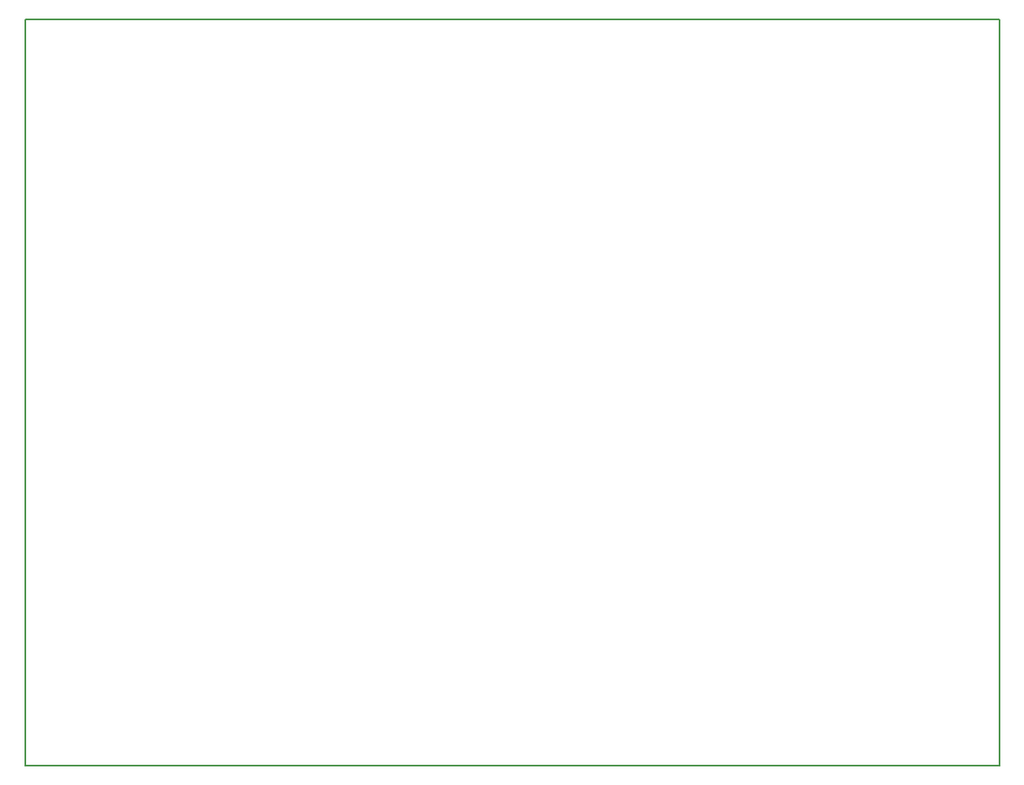
<source format=gbr>
G04 #@! TF.GenerationSoftware,KiCad,Pcbnew,(5.0.0)*
G04 #@! TF.CreationDate,2018-10-09T09:06:12+02:00*
G04 #@! TF.ProjectId,LiberPlayer,4C69626572506C617965722E6B696361,1.0*
G04 #@! TF.SameCoordinates,Original*
G04 #@! TF.FileFunction,Profile,NP*
%FSLAX46Y46*%
G04 Gerber Fmt 4.6, Leading zero omitted, Abs format (unit mm)*
G04 Created by KiCad (PCBNEW (5.0.0)) date 10/09/18 09:06:12*
%MOMM*%
%LPD*%
G01*
G04 APERTURE LIST*
%ADD10C,0.150000*%
G04 APERTURE END LIST*
D10*
X199390000Y-139700000D02*
X199390000Y-64770000D01*
X101600000Y-139700000D02*
X199390000Y-139700000D01*
X101600000Y-64770000D02*
X101600000Y-139700000D01*
X199390000Y-64770000D02*
X101600000Y-64770000D01*
M02*

</source>
